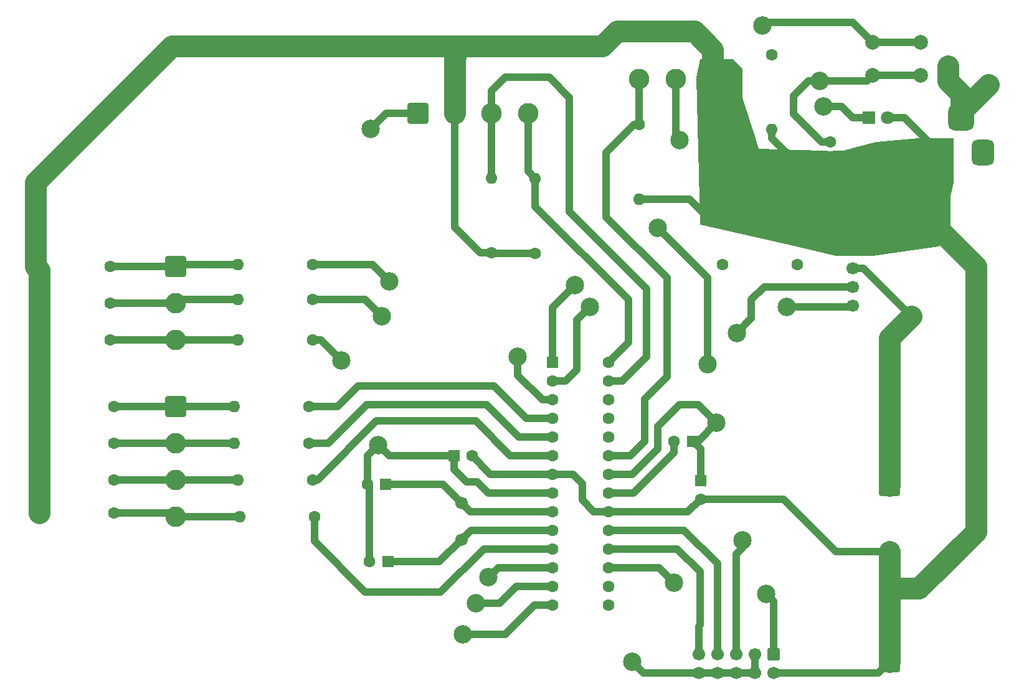
<source format=gbr>
%TF.GenerationSoftware,KiCad,Pcbnew,9.0.1*%
%TF.CreationDate,2025-09-08T23:23:36-04:00*%
%TF.ProjectId,SNAKE_GAME,534e414b-455f-4474-914d-452e6b696361,rev?*%
%TF.SameCoordinates,Original*%
%TF.FileFunction,Copper,L2,Bot*%
%TF.FilePolarity,Positive*%
%FSLAX46Y46*%
G04 Gerber Fmt 4.6, Leading zero omitted, Abs format (unit mm)*
G04 Created by KiCad (PCBNEW 9.0.1) date 2025-09-08 23:23:36*
%MOMM*%
%LPD*%
G01*
G04 APERTURE LIST*
G04 Aperture macros list*
%AMRoundRect*
0 Rectangle with rounded corners*
0 $1 Rounding radius*
0 $2 $3 $4 $5 $6 $7 $8 $9 X,Y pos of 4 corners*
0 Add a 4 corners polygon primitive as box body*
4,1,4,$2,$3,$4,$5,$6,$7,$8,$9,$2,$3,0*
0 Add four circle primitives for the rounded corners*
1,1,$1+$1,$2,$3*
1,1,$1+$1,$4,$5*
1,1,$1+$1,$6,$7*
1,1,$1+$1,$8,$9*
0 Add four rect primitives between the rounded corners*
20,1,$1+$1,$2,$3,$4,$5,0*
20,1,$1+$1,$4,$5,$6,$7,0*
20,1,$1+$1,$6,$7,$8,$9,0*
20,1,$1+$1,$8,$9,$2,$3,0*%
G04 Aperture macros list end*
%TA.AperFunction,ComponentPad*%
%ADD10R,1.800000X1.800000*%
%TD*%
%TA.AperFunction,ComponentPad*%
%ADD11C,1.800000*%
%TD*%
%TA.AperFunction,ComponentPad*%
%ADD12C,1.600000*%
%TD*%
%TA.AperFunction,ComponentPad*%
%ADD13O,1.600000X1.600000*%
%TD*%
%TA.AperFunction,ComponentPad*%
%ADD14RoundRect,0.250000X-0.600000X0.600000X-0.600000X-0.600000X0.600000X-0.600000X0.600000X0.600000X0*%
%TD*%
%TA.AperFunction,ComponentPad*%
%ADD15C,1.700000*%
%TD*%
%TA.AperFunction,ComponentPad*%
%ADD16R,1.600000X1.600000*%
%TD*%
%TA.AperFunction,ComponentPad*%
%ADD17RoundRect,0.250001X-1.149999X1.149999X-1.149999X-1.149999X1.149999X-1.149999X1.149999X1.149999X0*%
%TD*%
%TA.AperFunction,ComponentPad*%
%ADD18C,2.800000*%
%TD*%
%TA.AperFunction,ComponentPad*%
%ADD19R,1.700000X1.700000*%
%TD*%
%TA.AperFunction,ComponentPad*%
%ADD20R,3.500000X3.500000*%
%TD*%
%TA.AperFunction,ComponentPad*%
%ADD21RoundRect,0.750000X0.750000X1.000000X-0.750000X1.000000X-0.750000X-1.000000X0.750000X-1.000000X0*%
%TD*%
%TA.AperFunction,ComponentPad*%
%ADD22RoundRect,0.875000X0.875000X0.875000X-0.875000X0.875000X-0.875000X-0.875000X0.875000X-0.875000X0*%
%TD*%
%TA.AperFunction,ComponentPad*%
%ADD23RoundRect,0.250001X1.149999X-1.149999X1.149999X1.149999X-1.149999X1.149999X-1.149999X-1.149999X0*%
%TD*%
%TA.AperFunction,ComponentPad*%
%ADD24RoundRect,0.250001X-1.149999X-1.149999X1.149999X-1.149999X1.149999X1.149999X-1.149999X1.149999X0*%
%TD*%
%TA.AperFunction,ComponentPad*%
%ADD25C,2.000000*%
%TD*%
%TA.AperFunction,ComponentPad*%
%ADD26RoundRect,0.250000X-0.550000X-0.550000X0.550000X-0.550000X0.550000X0.550000X-0.550000X0.550000X0*%
%TD*%
%TA.AperFunction,ComponentPad*%
%ADD27RoundRect,0.250001X1.149999X1.149999X-1.149999X1.149999X-1.149999X-1.149999X1.149999X-1.149999X0*%
%TD*%
%TA.AperFunction,ViaPad*%
%ADD28C,2.500000*%
%TD*%
%TA.AperFunction,Conductor*%
%ADD29C,1.000000*%
%TD*%
%TA.AperFunction,Conductor*%
%ADD30C,3.000000*%
%TD*%
G04 APERTURE END LIST*
D10*
%TO.P,PWR_LED,1,K*%
%TO.N,Net-(D1-K)*%
X151730000Y-41750000D03*
D11*
%TO.P,PWR_LED,2,A*%
%TO.N,VCC*%
X154270000Y-41750000D03*
%TD*%
D12*
%TO.P,R22,1*%
%TO.N,VCC*%
X106375000Y-60205000D03*
D13*
%TO.P,R22,2*%
%TO.N,/SCL*%
X106375000Y-50045000D03*
%TD*%
D12*
%TO.P,R5,1*%
%TO.N,Net-(U1-PD5)*%
X76330000Y-96000000D03*
D13*
%TO.P,R5,2*%
%TO.N,/JS_RIGHT*%
X66170000Y-96000000D03*
%TD*%
D14*
%TO.P,USBASP,1,Pin_1*%
%TO.N,/MOSI*%
X138750000Y-114750000D03*
D15*
%TO.P,USBASP,2,Pin_2*%
%TO.N,VCC*%
X138750000Y-117290000D03*
%TO.P,USBASP,3,Pin_3*%
%TO.N,GND*%
X136210000Y-114750000D03*
%TO.P,USBASP,4,Pin_4*%
X136210000Y-117290000D03*
%TO.P,USBASP,5,Pin_5*%
%TO.N,/RESET*%
X133670000Y-114750000D03*
%TO.P,USBASP,6,Pin_6*%
%TO.N,GND*%
X133670000Y-117290000D03*
%TO.P,USBASP,7,Pin_7*%
%TO.N,/SCK*%
X131130000Y-114750000D03*
%TO.P,USBASP,8,Pin_8*%
%TO.N,GND*%
X131130000Y-117290000D03*
%TO.P,USBASP,9,Pin_9*%
%TO.N,/MISO*%
X128590000Y-114750000D03*
%TO.P,USBASP,10,Pin_10*%
%TO.N,GND*%
X128590000Y-117290000D03*
%TD*%
D16*
%TO.P,100nF,1*%
%TO.N,GND*%
X95294888Y-87750000D03*
D12*
%TO.P,100nF,2*%
%TO.N,VCC*%
X97794888Y-87750000D03*
%TD*%
D17*
%TO.P,J5,1,Pin_1*%
%TO.N,/B_EXIT*%
X57500000Y-62000000D03*
D18*
%TO.P,J5,2,Pin_2*%
%TO.N,/B_START*%
X57500000Y-67000000D03*
%TO.P,J5,3,Pin_3*%
%TO.N,/B_SELECT*%
X57500000Y-72000000D03*
%TD*%
D16*
%TO.P,100nF,1*%
%TO.N,GND*%
X128815000Y-91110000D03*
D12*
%TO.P,100nF,2*%
%TO.N,VCC*%
X128815000Y-93610000D03*
%TD*%
%TO.P,R13,1*%
%TO.N,Net-(U1-PB0)*%
X76080000Y-72000000D03*
D13*
%TO.P,R13,2*%
%TO.N,/B_SELECT*%
X65920000Y-72000000D03*
%TD*%
D12*
%TO.P,R1,1*%
%TO.N,GND*%
X131840000Y-61750000D03*
%TO.P,R1,2*%
%TO.N,Net-(D1-K)*%
X142000000Y-61750000D03*
%TD*%
D19*
%TO.P,UART_TERM,1,Pin_1*%
%TO.N,VCC*%
X149525000Y-59700000D03*
D15*
%TO.P,UART_TERM,2,Pin_2*%
%TO.N,GND*%
X149525000Y-62240000D03*
%TO.P,UART_TERM,3,Pin_3*%
%TO.N,/TXD*%
X149525000Y-64780000D03*
%TO.P,UART_TERM,4,Pin_4*%
%TO.N,/RXD*%
X149525000Y-67320000D03*
%TD*%
D16*
%TO.P,20pF,1*%
%TO.N,Net-(U1-XTAL1{slash}PB6)*%
X86020113Y-91610000D03*
D12*
%TO.P,20pF,2*%
%TO.N,GND*%
X83520113Y-91610000D03*
%TD*%
%TO.P,220UF1,1*%
%TO.N,VCC*%
X146500000Y-47500000D03*
%TO.P,220UF1,2*%
%TO.N,GND*%
X146500000Y-45000000D03*
%TD*%
%TO.P,R4K7,1*%
%TO.N,/JS_LEFT*%
X49080000Y-91000000D03*
D13*
%TO.P,R4K7,2*%
%TO.N,VCC*%
X38920000Y-91000000D03*
%TD*%
D12*
%TO.P,R6,1*%
%TO.N,Net-(U1-PD6)*%
X76080000Y-61750000D03*
D13*
%TO.P,R6,2*%
%TO.N,/B_EXIT*%
X65920000Y-61750000D03*
%TD*%
D20*
%TO.P,PJ_102A,1*%
%TO.N,VCC*%
X161250000Y-46457500D03*
D21*
%TO.P,PJ_102A,2*%
%TO.N,unconnected-(J11-Pad2)*%
X167250000Y-46457500D03*
D22*
%TO.P,PJ_102A,3*%
%TO.N,GND*%
X164250000Y-41757500D03*
%TD*%
D12*
%TO.P,R4,1*%
%TO.N,Net-(U1-PD4)*%
X76080000Y-91000000D03*
D13*
%TO.P,R4,2*%
%TO.N,/JS_LEFT*%
X65920000Y-91000000D03*
%TD*%
D23*
%TO.P,5V,1,Pin_1*%
%TO.N,VCC*%
X154500000Y-115760000D03*
D18*
%TO.P,5V,2,Pin_2*%
X154500000Y-110760000D03*
%TO.P,5V,3,Pin_3*%
X154500000Y-105760000D03*
%TO.P,5V,4,Pin_4*%
X154500000Y-100760000D03*
%TD*%
D12*
%TO.P,4k7,1*%
%TO.N,/RESET*%
X138500000Y-33170000D03*
D13*
%TO.P,4k7,2*%
%TO.N,VCC*%
X138500000Y-43330000D03*
%TD*%
D16*
%TO.P,100nF,1*%
%TO.N,GND*%
X127750000Y-85750000D03*
D12*
%TO.P,100nF,2*%
%TO.N,Net-(U1-AREF)*%
X125250000Y-85750000D03*
%TD*%
%TO.P,R3,1*%
%TO.N,Net-(U1-PD3)*%
X75580000Y-86000000D03*
D13*
%TO.P,R3,2*%
%TO.N,/JS_DOWN*%
X65420000Y-86000000D03*
%TD*%
D12*
%TO.P,4K7,1*%
%TO.N,/B_START*%
X48580000Y-67000000D03*
D13*
%TO.P,4K7,2*%
%TO.N,VCC*%
X38420000Y-67000000D03*
%TD*%
D24*
%TO.P,PCF_SCREEN,1,Pin_1*%
%TO.N,GND*%
X90375000Y-41125000D03*
D18*
%TO.P,PCF_SCREEN,2,Pin_2*%
%TO.N,VCC*%
X95375000Y-41125000D03*
%TO.P,PCF_SCREEN,3,Pin_3*%
%TO.N,/SDA*%
X100375000Y-41125000D03*
%TO.P,PCF_SCREEN,4,Pin_4*%
%TO.N,/SCL*%
X105375000Y-41125000D03*
%TD*%
D12*
%TO.P,4K7,1*%
%TO.N,/JS_RIGHT*%
X49080000Y-95500000D03*
D13*
%TO.P,4K7,2*%
%TO.N,VCC*%
X38920000Y-95500000D03*
%TD*%
D23*
%TO.P,GND,1,Pin_1*%
%TO.N,GND*%
X154500000Y-91760000D03*
D18*
%TO.P,GND,2,Pin_2*%
X154500000Y-86760000D03*
%TO.P,GND,3,Pin_3*%
X154500000Y-81760000D03*
%TO.P,GND,4,Pin_4*%
X154500000Y-76760000D03*
%TD*%
D25*
%TO.P,RESET_SWT,1,1*%
%TO.N,/RESET*%
X152250000Y-31500000D03*
X158750000Y-31500000D03*
%TO.P,RESET_SWT,2,2*%
%TO.N,GND*%
X152250000Y-36000000D03*
X158750000Y-36000000D03*
%TD*%
D12*
%TO.P,R7,1*%
%TO.N,Net-(U1-PD7)*%
X76080000Y-66500000D03*
D13*
%TO.P,R7,2*%
%TO.N,/B_START*%
X65920000Y-66500000D03*
%TD*%
D12*
%TO.P,4K7,1*%
%TO.N,/B_SELECT*%
X48580000Y-72000000D03*
D13*
%TO.P,4K7,2*%
%TO.N,VCC*%
X38420000Y-72000000D03*
%TD*%
D16*
%TO.P,20pF,1*%
%TO.N,Net-(U1-XTAL2{slash}PB7)*%
X86315000Y-102110000D03*
D12*
%TO.P,20pF,2*%
%TO.N,GND*%
X83815000Y-102110000D03*
%TD*%
%TO.P,4K7,1*%
%TO.N,/JS_UP*%
X49080000Y-81000000D03*
D13*
%TO.P,4K7,2*%
%TO.N,VCC*%
X38920000Y-81000000D03*
%TD*%
D17*
%TO.P,JOYSTICK,1,Pin_1*%
%TO.N,/JS_UP*%
X57500000Y-81000000D03*
D18*
%TO.P,JOYSTICK,2,Pin_2*%
%TO.N,/JS_DOWN*%
X57500000Y-86000000D03*
%TO.P,JOYSTICK,3,Pin_3*%
%TO.N,/JS_LEFT*%
X57500000Y-91000000D03*
%TO.P,JOYSTICK,4,Pin_4*%
%TO.N,/JS_RIGHT*%
X57500000Y-96000000D03*
%TD*%
D26*
%TO.P,ATMEGA168,1,~{RESET}/PC6*%
%TO.N,/RESET*%
X108695000Y-74990000D03*
D12*
%TO.P,ATMEGA168,2,PD0*%
%TO.N,/RXD*%
X108695000Y-77530000D03*
%TO.P,ATMEGA168,3,PD1*%
%TO.N,/TXD*%
X108695000Y-80070000D03*
%TO.P,ATMEGA168,4,PD2*%
%TO.N,Net-(U1-PD2)*%
X108695000Y-82610000D03*
%TO.P,ATMEGA168,5,PD3*%
%TO.N,Net-(U1-PD3)*%
X108695000Y-85150000D03*
%TO.P,ATMEGA168,6,PD4*%
%TO.N,Net-(U1-PD4)*%
X108695000Y-87690000D03*
%TO.P,ATMEGA168,7,VCC*%
%TO.N,VCC*%
X108695000Y-90230000D03*
%TO.P,ATMEGA168,8,GND*%
%TO.N,GND*%
X108695000Y-92770000D03*
%TO.P,ATMEGA168,9,XTAL1/PB6*%
%TO.N,Net-(U1-XTAL1{slash}PB6)*%
X108695000Y-95310000D03*
%TO.P,ATMEGA168,10,XTAL2/PB7*%
%TO.N,Net-(U1-XTAL2{slash}PB7)*%
X108695000Y-97850000D03*
%TO.P,ATMEGA168,11,PD5*%
%TO.N,Net-(U1-PD5)*%
X108695000Y-100390000D03*
%TO.P,ATMEGA168,12,PD6*%
%TO.N,Net-(U1-PD6)*%
X108695000Y-102930000D03*
%TO.P,ATMEGA168,13,PD7*%
%TO.N,Net-(U1-PD7)*%
X108695000Y-105470000D03*
%TO.P,ATMEGA168,14,PB0*%
%TO.N,Net-(U1-PB0)*%
X108695000Y-108010000D03*
%TO.P,ATMEGA168,15,PB1*%
%TO.N,unconnected-(U1-PB1-Pad15)*%
X116315000Y-108010000D03*
%TO.P,ATMEGA168,16,PB2*%
%TO.N,unconnected-(U1-PB2-Pad16)*%
X116315000Y-105470000D03*
%TO.P,ATMEGA168,17,PB3*%
%TO.N,/MOSI*%
X116315000Y-102930000D03*
%TO.P,ATMEGA168,18,PB4*%
%TO.N,/MISO*%
X116315000Y-100390000D03*
%TO.P,ATMEGA168,19,PB5*%
%TO.N,/SCK*%
X116315000Y-97850000D03*
%TO.P,ATMEGA168,20,AVCC*%
%TO.N,VCC*%
X116315000Y-95310000D03*
%TO.P,ATMEGA168,21,AREF*%
%TO.N,Net-(U1-AREF)*%
X116315000Y-92770000D03*
%TO.P,ATMEGA168,22,GND*%
%TO.N,GND*%
X116315000Y-90230000D03*
%TO.P,ATMEGA168,23,PC0*%
%TO.N,/DIN_GRID*%
X116315000Y-87690000D03*
%TO.P,ATMEGA168,24,PC1*%
%TO.N,unconnected-(U1-PC1-Pad24)*%
X116315000Y-85150000D03*
%TO.P,ATMEGA168,25,PC2*%
%TO.N,unconnected-(U1-PC2-Pad25)*%
X116315000Y-82610000D03*
%TO.P,ATMEGA168,26,PC3*%
%TO.N,unconnected-(U1-PC3-Pad26)*%
X116315000Y-80070000D03*
%TO.P,ATMEGA168,27,PC4*%
%TO.N,/SDA*%
X116315000Y-77530000D03*
%TO.P,ATMEGA168,28,PC5*%
%TO.N,/SCL*%
X116315000Y-74990000D03*
%TD*%
D27*
%TO.P,GRID,1,Pin_1*%
%TO.N,VCC*%
X130500000Y-36500000D03*
D18*
%TO.P,GRID,2,Pin_2*%
%TO.N,GND*%
X125500000Y-36500000D03*
%TO.P,GRID,3,Pin_3*%
%TO.N,/DIN_GRID*%
X120500000Y-36500000D03*
%TD*%
D15*
%TO.P,20MHz,1,1*%
%TO.N,Net-(U1-XTAL2{slash}PB7)*%
X96315000Y-99110000D03*
%TO.P,20MHz,2,2*%
%TO.N,Net-(U1-XTAL1{slash}PB6)*%
X96315000Y-94110000D03*
%TD*%
D12*
%TO.P,4K7,1*%
%TO.N,/JS_DOWN*%
X49080000Y-86000000D03*
D13*
%TO.P,4K7,2*%
%TO.N,VCC*%
X38920000Y-86000000D03*
%TD*%
D12*
%TO.P,R21,1*%
%TO.N,VCC*%
X100375000Y-60125000D03*
D13*
%TO.P,R21,2*%
%TO.N,/SDA*%
X100375000Y-49965000D03*
%TD*%
D12*
%TO.P,R2,1*%
%TO.N,Net-(U1-PD2)*%
X75580000Y-81000000D03*
D13*
%TO.P,R2,2*%
%TO.N,/JS_UP*%
X65420000Y-81000000D03*
%TD*%
D12*
%TO.P,R24,1*%
%TO.N,/DIN_GRID*%
X120500000Y-42670000D03*
D13*
%TO.P,R24,2*%
%TO.N,VCC*%
X120500000Y-52830000D03*
%TD*%
D12*
%TO.P,R4K7,1*%
%TO.N,/B_EXIT*%
X48580000Y-62000000D03*
D13*
%TO.P,R4K7,2*%
%TO.N,VCC*%
X38420000Y-62000000D03*
%TD*%
D28*
%TO.N,GND*%
X119500000Y-115750000D03*
X84000000Y-43250000D03*
X145000000Y-36750000D03*
X168000000Y-37250000D03*
X131000000Y-83250000D03*
X162500000Y-34750000D03*
X157500000Y-68750000D03*
X126000000Y-44750000D03*
X85000000Y-86250000D03*
%TO.N,Net-(U1-PD7)*%
X98250000Y-107750000D03*
X85500000Y-68750000D03*
%TO.N,Net-(U1-PD6)*%
X86500000Y-64000000D03*
X100000000Y-104250000D03*
%TO.N,/TXD*%
X104000000Y-74250000D03*
X133750000Y-71000000D03*
%TO.N,/RESET*%
X134500000Y-99250000D03*
X111750000Y-64500000D03*
X129750000Y-75250000D03*
X123000000Y-56750000D03*
X137250000Y-29250000D03*
%TO.N,/MOSI*%
X137750000Y-106500000D03*
X125250000Y-105000000D03*
%TO.N,/RXD*%
X140500000Y-67500000D03*
X113750000Y-67500000D03*
%TO.N,Net-(U1-PB0)*%
X96500000Y-112000000D03*
X80000000Y-74750000D03*
%TO.N,Net-(D1-K)*%
X145500000Y-40250000D03*
%TD*%
D29*
%TO.N,/SCL*%
X119000000Y-66500000D02*
X106375000Y-53875000D01*
X119000000Y-72305000D02*
X119000000Y-66500000D01*
X105375000Y-41125000D02*
X105375000Y-49045000D01*
X116315000Y-74990000D02*
X119000000Y-72305000D01*
X105375000Y-49045000D02*
X106375000Y-50045000D01*
X106375000Y-53875000D02*
X106375000Y-50045000D01*
%TO.N,/SDA*%
X100375000Y-38125000D02*
X100375000Y-41125000D01*
X111000000Y-39000000D02*
X108250000Y-36250000D01*
X100375000Y-41125000D02*
X100375000Y-49965000D01*
X102250000Y-36250000D02*
X100375000Y-38125000D01*
X118220000Y-77530000D02*
X121500000Y-74250000D01*
X108250000Y-36250000D02*
X102250000Y-36250000D01*
X121500000Y-74250000D02*
X121500000Y-65000000D01*
X121500000Y-65000000D02*
X111000000Y-54500000D01*
X111000000Y-54500000D02*
X111000000Y-39000000D01*
X116315000Y-77530000D02*
X118220000Y-77530000D01*
%TO.N,Net-(U1-PD5)*%
X76330000Y-99330000D02*
X83250000Y-106250000D01*
X83250000Y-106250000D02*
X93500000Y-106250000D01*
X93500000Y-106250000D02*
X99360000Y-100390000D01*
X76330000Y-96000000D02*
X76330000Y-99330000D01*
X99360000Y-100390000D02*
X108695000Y-100390000D01*
%TO.N,Net-(U1-XTAL2{slash}PB7)*%
X96315000Y-99110000D02*
X97575000Y-97850000D01*
X93315000Y-102110000D02*
X96315000Y-99110000D01*
X86315000Y-102110000D02*
X93315000Y-102110000D01*
X97575000Y-97850000D02*
X108695000Y-97850000D01*
%TO.N,Net-(U1-XTAL1{slash}PB6)*%
X93815000Y-91610000D02*
X96315000Y-94110000D01*
X96315000Y-94110000D02*
X97515000Y-95310000D01*
X86020113Y-91610000D02*
X93815000Y-91610000D01*
X97515000Y-95310000D02*
X108695000Y-95310000D01*
%TO.N,GND*%
X108695000Y-92770000D02*
X100020000Y-92770000D01*
X128500000Y-80750000D02*
X131000000Y-83250000D01*
X151500000Y-36750000D02*
X152250000Y-36000000D01*
X100020000Y-92770000D02*
X98500000Y-91250000D01*
X143493770Y-36750000D02*
X141500000Y-38743770D01*
X145000000Y-36750000D02*
X151500000Y-36750000D01*
X116315000Y-90230000D02*
X119520000Y-90230000D01*
X150990000Y-62240000D02*
X157500000Y-68750000D01*
X128590000Y-117290000D02*
X136210000Y-117290000D01*
X86125000Y-41125000D02*
X84000000Y-43250000D01*
X141500000Y-38743770D02*
X141500000Y-41250000D01*
X123000000Y-83750000D02*
X126000000Y-80750000D01*
D30*
X154500000Y-71750000D02*
X157500000Y-68750000D01*
D29*
X128500000Y-85750000D02*
X131000000Y-83250000D01*
X128590000Y-117290000D02*
X121040000Y-117290000D01*
X128815000Y-91110000D02*
X128815000Y-86815000D01*
X149525000Y-62240000D02*
X150990000Y-62240000D01*
D30*
X164250000Y-38500000D02*
X164250000Y-41757500D01*
X162500000Y-36750000D02*
X164250000Y-38500000D01*
D29*
X83520113Y-91610000D02*
X83520113Y-87729887D01*
X123000000Y-86750000D02*
X123000000Y-83750000D01*
X86500000Y-87750000D02*
X85000000Y-86250000D01*
X145250000Y-45000000D02*
X146500000Y-45000000D01*
D30*
X164250000Y-41757500D02*
X164250000Y-41000000D01*
D29*
X95294888Y-89544888D02*
X95294888Y-87750000D01*
X90375000Y-41125000D02*
X86125000Y-41125000D01*
X141500000Y-41250000D02*
X145250000Y-45000000D01*
D30*
X162500000Y-34750000D02*
X162500000Y-36750000D01*
D29*
X127750000Y-85750000D02*
X128500000Y-85750000D01*
X83815000Y-102110000D02*
X83815000Y-91904887D01*
D30*
X164250000Y-41000000D02*
X168000000Y-37250000D01*
D29*
X83815000Y-91904887D02*
X83520113Y-91610000D01*
X119520000Y-90230000D02*
X123000000Y-86750000D01*
X125500000Y-44250000D02*
X126000000Y-44750000D01*
X152250000Y-36000000D02*
X158750000Y-36000000D01*
X125500000Y-36500000D02*
X125500000Y-44250000D01*
X83520113Y-87729887D02*
X85000000Y-86250000D01*
X136210000Y-114750000D02*
X136210000Y-117290000D01*
X126000000Y-80750000D02*
X128500000Y-80750000D01*
X145000000Y-36750000D02*
X143493770Y-36750000D01*
X128815000Y-86815000D02*
X127750000Y-85750000D01*
X97000000Y-91250000D02*
X95294888Y-89544888D01*
D30*
X154500000Y-91760000D02*
X154500000Y-71750000D01*
D29*
X98500000Y-91250000D02*
X97000000Y-91250000D01*
X95294888Y-87750000D02*
X86500000Y-87750000D01*
X121040000Y-117290000D02*
X119500000Y-115750000D01*
%TO.N,Net-(U1-PD7)*%
X83250000Y-66500000D02*
X76080000Y-66500000D01*
X98250000Y-107750000D02*
X101500000Y-107750000D01*
X83250000Y-66500000D02*
X85500000Y-68750000D01*
X101500000Y-107750000D02*
X103780000Y-105470000D01*
X103780000Y-105470000D02*
X108695000Y-105470000D01*
%TO.N,Net-(U1-AREF)*%
X119730000Y-92770000D02*
X125250000Y-87250000D01*
X125250000Y-87250000D02*
X125250000Y-85750000D01*
X116315000Y-92770000D02*
X119730000Y-92770000D01*
%TO.N,/SCK*%
X126600000Y-97850000D02*
X131130000Y-102380000D01*
X116315000Y-97850000D02*
X126600000Y-97850000D01*
X131130000Y-102380000D02*
X131130000Y-114750000D01*
%TO.N,Net-(U1-PD2)*%
X82250000Y-78250000D02*
X100750000Y-78250000D01*
X105110000Y-82610000D02*
X108695000Y-82610000D01*
X100750000Y-78250000D02*
X105110000Y-82610000D01*
X79500000Y-81000000D02*
X82250000Y-78250000D01*
X79500000Y-81000000D02*
X75580000Y-81000000D01*
%TO.N,/MISO*%
X128590000Y-110910000D02*
X128590000Y-114750000D01*
X116315000Y-100390000D02*
X125640000Y-100390000D01*
X128750000Y-103500000D02*
X128750000Y-110750000D01*
X128750000Y-110750000D02*
X128590000Y-110910000D01*
X125640000Y-100390000D02*
X128750000Y-103500000D01*
%TO.N,Net-(U1-PD6)*%
X84250000Y-61750000D02*
X86500000Y-64000000D01*
X84250000Y-61750000D02*
X76080000Y-61750000D01*
X100000000Y-104250000D02*
X101320000Y-102930000D01*
X101320000Y-102930000D02*
X108695000Y-102930000D01*
%TO.N,Net-(U1-PD3)*%
X99750000Y-80750000D02*
X104150000Y-85150000D01*
X83500000Y-80750000D02*
X99750000Y-80750000D01*
X78250000Y-86000000D02*
X75580000Y-86000000D01*
X78250000Y-86000000D02*
X83500000Y-80750000D01*
X104150000Y-85150000D02*
X108695000Y-85150000D01*
%TO.N,/TXD*%
X108695000Y-80070000D02*
X107320000Y-80070000D01*
X107320000Y-80070000D02*
X104000000Y-76750000D01*
X104000000Y-76750000D02*
X104000000Y-74250000D01*
X141750000Y-64750000D02*
X141780000Y-64780000D01*
X135750000Y-69000000D02*
X135750000Y-66500000D01*
X141780000Y-64780000D02*
X149525000Y-64780000D01*
X137500000Y-64750000D02*
X141750000Y-64750000D01*
X135750000Y-66500000D02*
X137500000Y-64750000D01*
X133750000Y-71000000D02*
X135750000Y-69000000D01*
%TO.N,/RESET*%
X137750000Y-28750000D02*
X149500000Y-28750000D01*
X133670000Y-101080000D02*
X133670000Y-114750000D01*
X129750000Y-75250000D02*
X129750000Y-63500000D01*
X149500000Y-28750000D02*
X152250000Y-31500000D01*
X134500000Y-99250000D02*
X134500000Y-100250000D01*
X129750000Y-63500000D02*
X123000000Y-56750000D01*
X108695000Y-67555000D02*
X111750000Y-64500000D01*
X134500000Y-100250000D02*
X133670000Y-101080000D01*
X134420000Y-99330000D02*
X134500000Y-99250000D01*
X108695000Y-74990000D02*
X108695000Y-67555000D01*
X137250000Y-29250000D02*
X137750000Y-28750000D01*
X152250000Y-31500000D02*
X158750000Y-31500000D01*
%TO.N,Net-(U1-PD4)*%
X98250000Y-83000000D02*
X102940000Y-87690000D01*
X102940000Y-87690000D02*
X108695000Y-87690000D01*
X76750000Y-91000000D02*
X84750000Y-83000000D01*
X84750000Y-83000000D02*
X98250000Y-83000000D01*
%TO.N,/MOSI*%
X116315000Y-102930000D02*
X123180000Y-102930000D01*
X138750000Y-107500000D02*
X138750000Y-114750000D01*
X123180000Y-102930000D02*
X125250000Y-105000000D01*
X137750000Y-106500000D02*
X138750000Y-107500000D01*
%TO.N,/RXD*%
X112000000Y-69250000D02*
X113750000Y-67500000D01*
X149345000Y-67500000D02*
X149525000Y-67320000D01*
X108695000Y-77530000D02*
X110470000Y-77530000D01*
X112000000Y-76000000D02*
X112000000Y-69250000D01*
X140500000Y-67500000D02*
X149345000Y-67500000D01*
X110470000Y-77530000D02*
X112000000Y-76000000D01*
%TO.N,Net-(U1-PB0)*%
X106240000Y-108010000D02*
X108695000Y-108010000D01*
X96500000Y-112000000D02*
X102250000Y-112000000D01*
X102250000Y-112000000D02*
X106240000Y-108010000D01*
X76080000Y-72000000D02*
X77250000Y-72000000D01*
X77250000Y-72000000D02*
X80000000Y-74750000D01*
%TO.N,/DIN_GRID*%
X121250000Y-85750000D02*
X121250000Y-80000000D01*
X116000000Y-55250000D02*
X116000000Y-46500000D01*
X120500000Y-36500000D02*
X120500000Y-42670000D01*
X124250000Y-63500000D02*
X116000000Y-55250000D01*
X116000000Y-46500000D02*
X119830000Y-42670000D01*
X124250000Y-77000000D02*
X124250000Y-63500000D01*
X119310000Y-87690000D02*
X121250000Y-85750000D01*
X119830000Y-42670000D02*
X120500000Y-42670000D01*
X121250000Y-80000000D02*
X124250000Y-77000000D01*
X116315000Y-87690000D02*
X119310000Y-87690000D01*
%TO.N,/JS_UP*%
X57500000Y-81000000D02*
X65420000Y-81000000D01*
X49080000Y-81000000D02*
X57500000Y-81000000D01*
%TO.N,/JS_DOWN*%
X49080000Y-86000000D02*
X57500000Y-86000000D01*
X57500000Y-86000000D02*
X65420000Y-86000000D01*
%TO.N,/JS_LEFT*%
X49080000Y-91000000D02*
X57500000Y-91000000D01*
X57500000Y-91000000D02*
X65920000Y-91000000D01*
%TO.N,/JS_RIGHT*%
X49080000Y-95500000D02*
X57000000Y-95500000D01*
X57500000Y-96000000D02*
X66170000Y-96000000D01*
X57000000Y-95500000D02*
X57500000Y-96000000D01*
%TO.N,/B_EXIT*%
X65920000Y-61750000D02*
X57750000Y-61750000D01*
X57750000Y-61750000D02*
X57500000Y-62000000D01*
X48580000Y-62000000D02*
X57500000Y-62000000D01*
%TO.N,/B_START*%
X65920000Y-66500000D02*
X58000000Y-66500000D01*
X58000000Y-66500000D02*
X57500000Y-67000000D01*
X48580000Y-67000000D02*
X57500000Y-67000000D01*
%TO.N,/B_SELECT*%
X65920000Y-72000000D02*
X57500000Y-72000000D01*
X48580000Y-72000000D02*
X57500000Y-72000000D01*
D30*
%TO.N,VCC*%
X38420000Y-62000000D02*
X38420000Y-50580000D01*
D29*
X106375000Y-60205000D02*
X100455000Y-60205000D01*
X127330000Y-52830000D02*
X130000000Y-55500000D01*
X100375000Y-60125000D02*
X98875000Y-60125000D01*
D30*
X38920000Y-62500000D02*
X38420000Y-62000000D01*
D29*
X154270000Y-41750000D02*
X156542500Y-41750000D01*
D30*
X38920000Y-95500000D02*
X38920000Y-62500000D01*
X57000000Y-32000000D02*
X95500000Y-32000000D01*
D29*
X100274888Y-90230000D02*
X108695000Y-90230000D01*
D30*
X128000000Y-30000000D02*
X130500000Y-32500000D01*
X166250000Y-98000000D02*
X166250000Y-62000000D01*
D29*
X147260000Y-100760000D02*
X154500000Y-100760000D01*
D30*
X95500000Y-33500000D02*
X95375000Y-33625000D01*
D29*
X156542500Y-41750000D02*
X161250000Y-46457500D01*
D30*
X154500000Y-110760000D02*
X154500000Y-100760000D01*
D29*
X120500000Y-52830000D02*
X127330000Y-52830000D01*
X112750000Y-91500000D02*
X112750000Y-93750000D01*
X141250000Y-47250000D02*
X138500000Y-44500000D01*
D30*
X38420000Y-50580000D02*
X57000000Y-32000000D01*
D29*
X108695000Y-90230000D02*
X111480000Y-90230000D01*
D30*
X166250000Y-62000000D02*
X161250000Y-57000000D01*
X95500000Y-32000000D02*
X95500000Y-33500000D01*
D29*
X97794888Y-87750000D02*
X100274888Y-90230000D01*
X98875000Y-60125000D02*
X95375000Y-56625000D01*
D30*
X161250000Y-57000000D02*
X161250000Y-46457500D01*
D29*
X128815000Y-93610000D02*
X140110000Y-93610000D01*
D30*
X130500000Y-32500000D02*
X130500000Y-36500000D01*
X158490000Y-105760000D02*
X166250000Y-98000000D01*
D29*
X127115000Y-95310000D02*
X128815000Y-93610000D01*
D30*
X95500000Y-32000000D02*
X115500000Y-32000000D01*
D29*
X116315000Y-95310000D02*
X127115000Y-95310000D01*
X140110000Y-93610000D02*
X147260000Y-100760000D01*
D30*
X95375000Y-33625000D02*
X95375000Y-41125000D01*
X154500000Y-105760000D02*
X158490000Y-105760000D01*
D29*
X152970000Y-117290000D02*
X154500000Y-115760000D01*
X112750000Y-93750000D02*
X114310000Y-95310000D01*
D30*
X117500000Y-30000000D02*
X128000000Y-30000000D01*
X154500000Y-110760000D02*
X154500000Y-115760000D01*
X115500000Y-32000000D02*
X117500000Y-30000000D01*
D29*
X100455000Y-60205000D02*
X100375000Y-60125000D01*
X138500000Y-44500000D02*
X138500000Y-43330000D01*
X114310000Y-95310000D02*
X116315000Y-95310000D01*
X95375000Y-56625000D02*
X95375000Y-41125000D01*
X111480000Y-90230000D02*
X112750000Y-91500000D01*
X138750000Y-117290000D02*
X152970000Y-117290000D01*
%TO.N,Net-(D1-K)*%
X149500000Y-41750000D02*
X148000000Y-40250000D01*
X151730000Y-41750000D02*
X149500000Y-41750000D01*
X148000000Y-40250000D02*
X145500000Y-40250000D01*
%TD*%
%TA.AperFunction,Conductor*%
%TO.N,VCC*%
G36*
X133265677Y-33769685D02*
G01*
X133286319Y-33786319D01*
X134463681Y-34963681D01*
X134497166Y-35025004D01*
X134500000Y-35051362D01*
X134500000Y-39000000D01*
X136291157Y-44572489D01*
X136750000Y-46000000D01*
X145249986Y-46250000D01*
X146118961Y-46250000D01*
X146157277Y-46256068D01*
X146195466Y-46268477D01*
X146397648Y-46300500D01*
X146397649Y-46300500D01*
X146602351Y-46300500D01*
X146602352Y-46300500D01*
X146804534Y-46268477D01*
X146842722Y-46256068D01*
X146881039Y-46250000D01*
X148250002Y-46250000D01*
X149746322Y-45834355D01*
X152738973Y-45003062D01*
X152761397Y-44999008D01*
X158494641Y-44500466D01*
X158505383Y-44500000D01*
X163126000Y-44500000D01*
X163193039Y-44519685D01*
X163238794Y-44572489D01*
X163250000Y-44624000D01*
X163250000Y-50486011D01*
X163246882Y-50513641D01*
X161269067Y-59166580D01*
X161234940Y-59227548D01*
X161173268Y-59260387D01*
X161165243Y-59261771D01*
X152258489Y-60498821D01*
X152241431Y-60500000D01*
X147264060Y-60500000D01*
X147236297Y-60496852D01*
X141860062Y-59261771D01*
X128843791Y-56271546D01*
X128782862Y-56237352D01*
X128750091Y-56175644D01*
X128747595Y-56153803D01*
X128250346Y-36263840D01*
X128252715Y-36236424D01*
X128730064Y-33849682D01*
X128762514Y-33787804D01*
X128823266Y-33753294D01*
X128851656Y-33750000D01*
X133198638Y-33750000D01*
X133265677Y-33769685D01*
G37*
%TD.AperFunction*%
%TD*%
M02*

</source>
